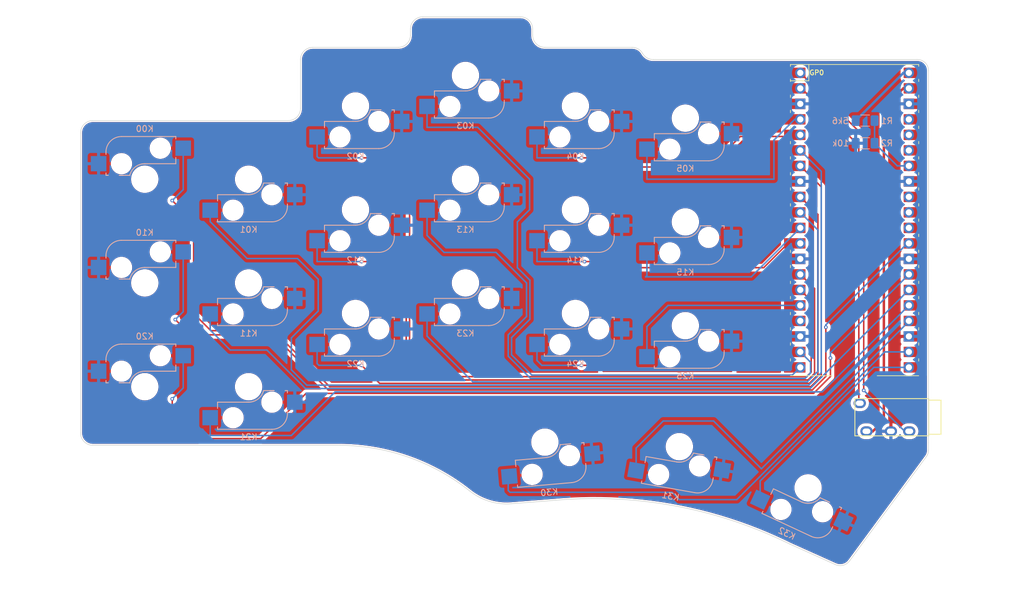
<source format=kicad_pcb>
(kicad_pcb (version 20240108) (generator "pcbnew") (generator_version "8.0")
  (title_block (rev "rev1.0"))
  (layers (0 "F.Cu" signal) (31 "B.Cu" signal) (34 "B.Paste" user) (35 "F.Paste" user) (36 "B.SilkS" user "B.Silkscreen") (37 "F.SilkS" user "F.Silkscreen") (38 "B.Mask" user) (39 "F.Mask" user) (44 "Edge.Cuts" user))
  (net 0 "")
  (net 1 "GND")
  (net 2 "/k00")
  (net 3 "/k01")
  (net 4 "/k02")
  (net 5 "/k03")
  (net 6 "/k04")
  (net 7 "/k05")
  (net 8 "/k10")
  (net 9 "/k11")
  (net 10 "/k12")
  (net 11 "/k13")
  (net 12 "/k14")
  (net 13 "/k15")
  (net 14 "/k20")
  (net 15 "/k21")
  (net 16 "/k22")
  (net 17 "/k23")
  (net 18 "/k24")
  (net 19 "/k25")
  (net 20 "/k30")
  (net 21 "/k31")
  (net 22 "/k32")
  (net 23 "rx")
  (net 24 "tx")
  (net 25 "VBUS")
  (net 26 "vbus_sense")
  (net 33 "VCC")
  (footprint "keyswitches:Kailh_socket_MX_3_pins_last" (layer "F.Cu") (at 226 69.5)
    (property "Reference" "K25" (at -1 8.255 180) (layer "B.SilkS") (effects (justify mirror)))
    (property "Value" "KEYSW")
    (pad "" np_thru_hole circle (at -3.54 5.08 180) (size 3 3) (drill 3) (layers "*.Cu" "*.Mask"))
    (pad "" np_thru_hole circle (at -1 0 180) (size 3.9878 3.9878) (drill 3.9878) (layers "*.Cu" "*.Mask"))
    (pad "" np_thru_hole circle (at 2.81 2.54 180) (size 3 3) (drill 3) (layers "*.Cu" "*.Mask"))
    (pad "1" smd rect (at -7.29 5.08 180) (size 2.55 2.5) (layers "B.Cu" "B.Paste" "B.Mask") (net 19 "/k25"))
    (pad "2" smd rect (at 6.56 2.54 180) (size 2.55 2.5) (layers "B.Cu" "B.Paste" "B.Mask") (net 1 "GND"))
  )
  (footprint "keyswitches:Kailh_socket_MX_3_pins_last" (layer "F.Cu") (at 208 67.5)
    (property "Reference" "K24" (at -1 8.255 180) (layer "B.SilkS") (effects (justify mirror)))
    (property "Value" "KEYSW")
    (pad "" np_thru_hole circle (at -3.54 5.08 180) (size 3 3) (drill 3) (layers "*.Cu" "*.Mask"))
    (pad "" np_thru_hole circle (at -1 0 180) (size 3.9878 3.9878) (drill 3.9878) (layers "*.Cu" "*.Mask"))
    (pad "" np_thru_hole circle (at 2.81 2.54 180) (size 3 3) (drill 3) (layers "*.Cu" "*.Mask"))
    (pad "1" smd rect (at -7.29 5.08 180) (size 2.55 2.5) (layers "B.Cu" "B.Paste" "B.Mask") (net 18 "/k24"))
    (pad "2" smd rect (at 6.56 2.54 180) (size 2.55 2.5) (layers "B.Cu" "B.Paste" "B.Mask") (net 1 "GND"))
  )
  (footprint "keyswitches:Kailh_socket_MX_3_pins_last" (layer "F.Cu") (at 154.5 79.5)
    (property "Reference" "K21" (at -1 8.255 180) (layer "B.SilkS") (effects (justify mirror)))
    (property "Value" "KEYSW")
    (pad "" np_thru_hole circle (at -3.54 5.08 180) (size 3 3) (drill 3) (layers "*.Cu" "*.Mask"))
    (pad "" np_thru_hole circle (at -1 0 180) (size 3.9878 3.9878) (drill 3.9878) (layers "*.Cu" "*.Mask"))
    (pad "" np_thru_hole circle (at 2.81 2.54 180) (size 3 3) (drill 3) (layers "*.Cu" "*.Mask"))
    (pad "1" smd rect (at -7.29 5.08 180) (size 2.55 2.5) (layers "B.Cu" "B.Paste" "B.Mask") (net 15 "/k21"))
    (pad "2" smd rect (at 6.56 2.54 180) (size 2.55 2.5) (layers "B.Cu" "B.Paste" "B.Mask") (net 1 "GND"))
  )
  (footprint "keyswitches:Kailh_socket_MX_3_pins_last" (layer "F.Cu") (at 172 33.5)
    (property "Reference" "K02" (at -1 8.255 180) (layer "B.SilkS") (effects (justify mirror)))
    (property "Value" "KEYSW")
    (pad "" np_thru_hole circle (at -3.54 5.08 180) (size 3 3) (drill 3) (layers "*.Cu" "*.Mask"))
    (pad "" np_thru_hole circle (at -1 0 180) (size 3.9878 3.9878) (drill 3.9878) (layers "*.Cu" "*.Mask"))
    (pad "" np_thru_hole circle (at 2.81 2.54 180) (size 3 3) (drill 3) (layers "*.Cu" "*.Mask"))
    (pad "1" smd rect (at -7.29 5.08 180) (size 2.55 2.5) (layers "B.Cu" "B.Paste" "B.Mask") (net 4 "/k02"))
    (pad "2" smd rect (at 6.56 2.54 180) (size 2.55 2.5) (layers "B.Cu" "B.Paste" "B.Mask") (net 1 "GND"))
  )
  (footprint "keyswitches:Kailh_socket_MX_3_pins_last" (layer "F.Cu") (at 135.5 62.5 180)
    (property "Reference" "K10" (at -1 8.255 0) (layer "B.SilkS") (effects (justify mirror)))
    (property "Value" "KEYSW")
    (pad "" np_thru_hole circle (at -3.54 5.08) (size 3 3) (drill 3) (layers "*.Cu" "*.Mask"))
    (pad "" np_thru_hole circle (at -1 0) (size 3.9878 3.9878) (drill 3.9878) (layers "*.Cu" "*.Mask"))
    (pad "" np_thru_hole circle (at 2.81 2.54) (size 3 3) (drill 3) (layers "*.Cu" "*.Mask"))
    (pad "1" smd rect (at -7.29 5.08) (size 2.55 2.5) (layers "B.Cu" "B.Paste" "B.Mask") (net 8 "/k10"))
    (pad "2" smd rect (at 6.56 2.54) (size 2.55 2.5) (layers "B.Cu" "B.Paste" "B.Mask") (net 1 "GND"))
  )
  (footprint "RPi_Pico:RPi_Pico_SMD_TH" (layer "F.Cu") (at 252.7032 52.208)
    (property "Reference" "U2" (hide yes))
    (property "Value" "Pico")
    (fp_text user "GP0" (at -6.2032 -24.1665 0) (layer "F.SilkS") (effects (font (size 0.8 0.8))))
    (pad "1" thru_hole oval (at -8.89 -24.13) (size 1.7 1.7) (drill 1.02) (layers "*.Cu" "*.Mask") (net 24 "tx"))
    (pad "1" smd rect (at -8.89 -24.13) (size 3.5 1.7) (drill (offset -0.9 0)) (layers "F.Cu" "F.Mask") (net 24 "tx"))
    (pad "2" thru_hole oval (at -8.89 -21.59) (size 1.7 1.7) (drill 1.02) (layers "*.Cu" "*.Mask") (net 23 "rx"))
    (pad "2" smd rect (at -8.89 -21.59) (size 3.5 1.7) (drill (offset -0.9 0)) (layers "F.Cu" "F.Mask") (net 23 "rx"))
    (pad "3" thru_hole rect (at -8.89 -19.05) (size 1.7 1.7) (drill 1.02) (layers "*.Cu" "*.Mask") (net 1 "GND"))
    (pad "3" smd rect (at -8.89 -19.05) (size 3.5 1.7) (drill (offset -0.9 0)) (layers "F.Cu" "F.Mask") (net 1 "GND"))
    (pad "4" thru_hole oval (at -8.89 -16.51) (size 1.7 1.7) (drill 1.02) (layers "*.Cu" "*.Mask") (net 7 "/k05"))
    (pad "4" smd rect (at -8.89 -16.51) (size 3.5 1.7) (drill (offset -0.9 0)) (layers "F.Cu" "F.Mask") (net 7 "/k05"))
    (pad "5" thru_hole oval (at -8.89 -13.97) (size 1.7 1.7) (drill 1.02) (layers "*.Cu" "*.Mask") (net 6 "/k04"))
    (pad "5" smd rect (at -8.89 -13.97) (size 3.5 1.7) (drill (offset -0.9 0)) (layers "F.Cu" "F.Mask") (net 6 "/k04"))
    (pad "6" thru_hole oval (at -8.89 -11.43) (size 1.7 1.7) (drill 1.02) (layers "*.Cu" "*.Mask") (net 3 "/k01"))
    (pad "6" smd rect (at -8.89 -11.43) (size 3.5 1.7) (drill (offset -0.9 0)) (layers "F.Cu" "F.Mask") (net 3 "/k01"))
    (pad "7" thru_hole oval (at -8.89 -8.89) (size 1.7 1.7) (drill 1.02) (layers "*.Cu" "*.Mask") (net 2 "/k00"))
    (pad "7" smd rect (at -8.89 -8.89) (size 3.5 1.7) (drill (offset -0.9 0)) (layers "F.Cu" "F.Mask") (net 2 "/k00"))
    (pad "8" thru_hole rect (at -8.89 -6.35) (size 1.7 1.7) (drill 1.02) (layers "*.Cu" "*.Mask") (net 1 "GND"))
    (pad "8" smd rect (at -8.89 -6.35) (size 3.5 1.7) (drill (offset -0.9 0)) (layers "F.Cu" "F.Mask") (net 1 "GND"))
    (pad "9" thru_hole oval (at -8.89 -3.81) (size 1.7 1.7) (drill 1.02) (layers "*.Cu" "*.Mask") (net 16 "/k22"))
    (pad "9" smd rect (at -8.89 -3.81) (size 3.5 1.7) (drill (offset -0.9 0)) (layers "F.Cu" "F.Mask") (net 16 "/k22"))
    (pad "10" thru_hole oval (at -8.89 -1.27) (size 1.7 1.7) (drill 1.02) (layers "*.Cu" "*.Mask") (net 17 "/k23"))
    (pad "10" smd rect (at -8.89 -1.27) (size 3.5 1.7) (drill (offset -0.9 0)) (layers "F.Cu" "F.Mask") (net 17 "/k23"))
    (pad "11" thru_hole oval (at -8.89 1.27) (size 1.7 1.7) (drill 1.02) (layers "*.Cu" "*.Mask") (net 13 "/k15"))
    (pad "11" smd rect (at -8.89 1.27) (size 3.5 1.7) (drill (offset -0.9 0)) (layers "F.Cu" "F.Mask") (net 13 "/k15"))
    (pad "12" thru_hole oval (at -8.89 3.81) (size 1.7 1.7) (drill 1.02) (layers "*.Cu" "*.Mask") (net 12 "/k14"))
    (pad "12" smd rect (at -8.89 3.81) (size 3.5 1.7) (drill (offset -0.9 0)) (layers "F.Cu" "F.Mask") (net 12 "/k14"))
    (pad "13" thru_hole rect (at -8.89 6.35) (size 1.7 1.7) (drill 1.02) (layers "*.Cu" "*.Mask") (net 1 "GND"))
    (pad "13" smd rect (at -8.89 6.35) (size 3.5 1.7) (drill (offset -0.9 0)) (layers "F.Cu" "F.Mask") (net 1 "GND"))
    (pad "14" thru_hole oval (at -8.89 8.89) (size 1.7 1.7) (drill 1.02) (layers "*.Cu" "*.Mask") (net 10 "/k12"))
    (pad "14" smd rect (at -8.89 8.89) (size 3.5 1.7) (drill (offset -0.9 0)) (layers "F.Cu" "F.Mask") (net 10 "/k12"))
    (pad "15" thru_hole oval (at -8.89 11.43) (size 1.7 1.7) (drill 1.02) (layers "*.Cu" "*.Mask") (net 4 "/k02"))
    (pad "15" smd rect (at -8.89 11.43) (size 3.5 1.7) (drill (offset -0.9 0)) (layers "F.Cu" "F.Mask") (net 4 "/k02"))
    (pad "16" thru_hole oval (at -8.89 13.97) (size 1.7 1.7) (drill 1.02) (layers "*.Cu" "*.Mask") (net 19 "/k25"))
    (pad "16" smd rect (at -8.89 13.97) (size 3.5 1.7) (drill (offset -0.9 0)) (layers "F.Cu" "F.Mask") (net 19 "/k25"))
    (pad "17" thru_hole oval (at -8.89 16.51) (size 1.7 1.7) (drill 1.02) (layers "*.Cu" "*.Mask") (net 18 "/k24"))
    (pad "17" smd rect (at -8.89 16.51) (size 3.5 1.7) (drill (offset -0.9 0)) (layers "F.Cu" "F.Mask") (net 18 "/k24"))
    (pad "18" thru_hole rect (at -8.89 19.05) (size 1.7 1.7) (drill 1.02) (layers "*.Cu" "*.Mask") (net 1 "GND"))
    (pad "18" smd rect (at -8.89 19.05) (size 3.5 1.7) (drill (offset -0.9 0)) (layers "F.Cu" "F.Mask") (net 1 "GND"))
    (pad "19" thru_hole oval (at -8.89 21.59) (size 1.7 1.7) (drill 1.02) (layers "*.Cu" "*.Mask") (net 11 "/k13"))
    (pad "19" smd rect (at -8.89 21.59) (size 3.5 1.7) (drill (offset -0.9 0)) (layers "F.Cu" "F.Mask") (net 11 "/k13"))
    (pad "20" thru_hole oval (at -8.89 24.13) (size 1.7 1.7) (drill 1.02) (layers "*.Cu" "*.Mask") (net 5 "/k03"))
    (pad "20" smd rect (at -8.89 24.13) (size 3.5 1.7) (drill (offset -0.9 0)) (layers "F.Cu" "F.Mask") (net 5 "/k03"))
    (pad "21" thru_hole oval (at 8.89 24.13) (size 1.7 1.7) (drill 1.02) (layers "*.Cu" "*.Mask") (net 22 "/k32"))
    (pad "21" smd rect (at 8.89 24.13) (size 3.5 1.7) (drill (offset 0.9 0)) (layers "F.Cu" "F.Mask") (net 22 "/k32"))
    (pad "22" thru_hole oval (at 8.89 21.59) (size 1.7 1.7) (drill 1.02) (layers "*.Cu" "*.Mask") (net 20 "/k30"))
    (pad "22" smd rect (at 8.89 21.59) (size 3.5 1.7) (drill (offset 0.9 0)) (layers "F.Cu" "F.Mask") (net 20 "/k30"))
    (pad "23" thru_hole rect (at 8.89 19.05) (size 1.7 1.7) (drill 1.02) (layers "*.Cu" "*.Mask") (net 1 "GND"))
    (pad "23" smd rect (at 8.89 19.05) (size 3.5 1.7) (drill (offset 0.9 0)) (layers "F.Cu" "F.Mask") (net 1 "GND"))
    (pad "24" thru_hole oval (at 8.89 16.51) (size 1.7 1.7) (drill 1.02) (layers "*.Cu" "*.Mask") (net 21 "/k31"))
    (pad "24" smd rect (at 8.89 16.51) (size 3.5 1.7) (drill (offset 0.9 0)) (layers "F.Cu" "F.Mask") (net 21 "/k31"))
    (pad "25" thru_hole oval (at 8.89 13.97) (size 1.7 1.7) (drill 1.02) (layers "*.Cu" "*.Mask") (net 15 "/k21"))
    (pad "25" smd rect (at 8.89 13.97) (size 3.5 1.7) (drill (offset 0.9 0)) (layers "F.Cu" "F.Mask") (net 15 "/k21"))
    (pad "26" thru_hole oval (at 8.89 11.43) (size 1.7 1.7) (drill 1.02) (layers "*.Cu" "*.Mask") (net 9 "/k11"))
    (pad "26" smd rect (at 8.89 11.43) (size 3.5 1.7) (drill (offset 0.9 0)) (layers "F.Cu" "F.Mask") (net 9 "/k11"))
    (pad "27" thru_hole oval (at 8.89 8.89) (size 1.7 1.7) (drill 1.02) (layers "*.Cu" "*.Mask") (net 14 "/k20"))
    (pad "27" smd rect (at 8.89 8.89) (size 3.5 1.7) (drill (offset 0.9 0)) (layers "F.Cu" "F.Mask") (net 14 "/k20"))
    (pad "28" thru_hole rect (at 8.89 6.35) (size 1.7 1.7) (drill 1.02) (layers "*.Cu" "*.Mask") (net 1 "GND"))
    (pad "28" smd rect (at 8.89 6.35) (size 3.5 1.7) (drill (offset 0.9 0)) (layers "F.Cu" "F.Mask") (net 1 "GND"))
    (pad "29" thru_hole oval (at 8.89 3.81) (size 1.7 1.7) (drill 1.02) (layers "*.Cu" "*.Mask") (net 8 "/k10"))
    (pad "29" smd rect (at 8.89 3.81) (size 3.5 1.7) (drill (offset 0.9 0)) (layers "F.Cu" "F.Mask") (net 8 "/k10"))
    (pad "30" thru_hole oval (at 8.89 1.27) (size 1.7 1.7) (drill 1.02) (layers "*.Cu" "*.Mask"))
    (pad "30" smd rect (at 8.89 1.27) (size 3.5 1.7) (drill (offset 0.9 0)) (layers "F.Cu" "F.Mask"))
    (pad "31" thru_hole oval (at 8.89 -1.27) (size 1.7 1.7) (drill 1.02) (layers "*.Cu" "*.Mask"))
    (pad "31" smd rect (at 8.89 -1.27) (size 3.5 1.7) (drill (offset 0.9 0)) (layers "F.Cu" "F.Mask"))
    (pad "32" thru_hole oval (at 8.89 -3.81) (size 1.7 1.7) (drill 1.02) (layers "*.Cu" "*.Mask"))
    (pad "32" smd rect (at 8.89 -3.81) (size 3.5 1.7) (drill (offset 0.9 0)) (layers "F.Cu" "F.Mask"))
    (pad "33" thru_hole rect (at 8.89 -6.35) (size 1.7 1.7) (drill 1.02) (layers "*.Cu" "*.Mask") (net 1 "GND"))
    (pad "33" smd rect (at 8.89 -6.35) (size 3.5 1.7) (drill (offset 0.9 0)) (layers "F.Cu" "F.Mask") (net 1 "GND"))
    (pad "34" thru_hole oval (at 8.89 -8.89) (size 1.7 1.7) (drill 1.02) (layers "*.Cu" "*.Mask") (net 26 "vbus_sense"))
    (pad "34" smd rect (at 8.89 -8.89) (size 3.5 1.7) (drill (offset 0.9 0)) (layers "F.Cu" "F.Mask") (net 26 "vbus_sense"))
    (pad "35" thru_hole oval (at 8.89 -11.43) (size 1.7 1.7) (drill 1.02) (layers "*.Cu" "*.Mask"))
    (pad "35" smd rect (at 8.89 -11.43) (size 3.5 1.7) (drill (offset 0.9 0)) (layers "F.Cu" "F.Mask"))
    (pad "36" thru_hole oval (at 8.89 -13.97) (size 1.7 1.7) (drill 1.02) (layers "*.Cu" "*.Mask"))
    (pad "36" smd rect (at 8.89 -13.97) (size 3.5 1.7) (drill (offset 0.9 0)) (layers "F.Cu" "F.Mask"))
    (pad "37" thru_hole oval (at 8.89 -16.51) (size 1.7 1.7) (drill 1.02) (layers "*.Cu" "*.Mask"))
    (pad "37" smd rect (at 8.89 -16.51) (size 3.5 1.7) (drill (offset 0.9 0)) (layers "F.Cu" "F.Mask"))
    (pad "38" thru_hole rect (at 8.89 -19.05) (size 1.7 1.7) (drill 1.02) (layers "*.Cu" "*.Mask") (net 1 "GND"))
    (pad "38" smd rect (at 8.89 -19.05) (size 3.5 1.7) (drill (offset 0.9 0)) (layers "F.Cu" "F.Mask") (net 1 "GND"))
    (pad "39" thru_hole oval (at 8.89 -21.59) (size 1.7 1.7) (drill 1.02) (layers "*.Cu" "*.Mask") (net 33 "VCC"))
    (pad "39" smd rect (at 8.89 -21.59) (size 3.5 1.7) (drill (offset 0.9 0)) (layers "F.Cu" "F.Mask") (net 33 "VCC"))
    (pad "40" thru_hole oval (at 8.89 -24.13) (size 1.7 1.7) (drill 1.02) (layers "*.Cu" "*.Mask") (net 25 "VBUS"))
    (pad "40" smd rect (at 8.89 -24.13) (size 3.5 1.7) (drill (offset 0.9 0)) (layers "F.Cu" "F.Mask") (net 25 "VBUS"))
  )
  (footprint "keyswitches:Kailh_socket_MX_3_pins_last" (layer "F.Cu") (at 208 33.5)
    (property "Reference" "K04" (at -1 8.255 180) (layer "B.SilkS") (effects (justify mirror)))
    (property "Value" "KEYSW")
    (pad "" np_thru_hole circle (at -3.54 5.08 180) (size 3 3) (drill 3) (layers "*.Cu" "*.Mask"))
    (pad "" np_thru_hole circle (at -1 0 180) (size 3.9878 3.9878) (drill 3.9878) (layers "*.Cu" "*.Mask"))
    (pad "" np_thru_hole circle (at 2.81 2.54 180) (size 3 3) (drill 3) (layers "*.Cu" "*.Mask"))
    (pad "1" smd rect (at -7.29 5.08 180) (size 2.55 2.5) (layers "B.Cu" "B.Paste" "B.Mask") (net 6 "/k04"))
    (pad "2" smd rect (at 6.56 2.54 180) (size 2.55 2.5) (layers "B.Cu" "B.Paste" "B.Mask") (net 1 "GND"))
  )
  (footprint "keyswitches:Kailh_socket_MX_3_pins_last" (layer "F.Cu") (at 172 50.5)
    (property "Reference" "K12" (at -1 8.255 180) (layer "B.SilkS") (effects (justify mirror)))
    (property "Value" "KEYSW")
    (pad "" np_thru_hole circle (at -3.54 5.08 180) (size 3 3) (drill 3) (layers "*.Cu" "*.Mask"))
    (pad "" np_thru_hole circle (at -1 0 180) (size 3.9878 3.9878) (drill 3.9878) (layers "*.Cu" "*.Mask"))
    (pad "" np_thru_hole circle (at 2.81 2.54 180) (size 3 3) (drill 3) (layers "*.Cu" "*.Mask"))
    (pad "1" smd rect (at -7.29 5.08 180) (size 2.55 2.5) (layers "B.Cu" "B.Paste" "B.Mask") (net 10 "/k12"))
    (pad "2" smd rect (at 6.56 2.54 180) (size 2.55 2.5) (layers "B.Cu" "B.Paste" "B.Mask") (net 1 "GND"))
  )
  (footprint "keyswitches:Kailh_socket_MX_3_pins_last" (layer "F.Cu") (at 203 88.5 5)
    (property "Reference" "K30" (at -1 8.255 -175) (layer "B.SilkS") (effects (justify mirror)))
    (property "Value" "KEYSW")
    (pad "" np_thru_hole circle (at -3.54 5.08 185) (size 3 3) (drill 3) (layers "*.Cu" "*.Mask"))
    (pad "" np_thru_hole circle (at -1 0 185) (size 3.9878 3.9878) (drill 3.9878) (layers "*.Cu" "*.Mask"))
    (pad "" np_thru_hole circle (at 2.81 2.54 185) (size 3 3) (drill 3) (layers "*.Cu" "*.Mask"))
    (pad "1" smd rect (at -7.29 5.08 185) (size 2.55 2.5) (layers "B.Cu" "B.Paste" "B.Mask") (net 20 "/k30"))
    (pad "2" smd rect (at 6.56 2.54 185) (size 2.55 2.5) (layers "B.Cu" "B.Paste" "B.Mask") (net 1 "GND"))
  )
  (footprint "keyswitches:Kailh_socket_MX_3_pins_last" (layer "F.Cu") (at 154.5 45.5)
    (property "Reference" "K01" (at -1 8.255 180) (layer "B.SilkS") (effects (justify mirror)))
    (property "Value" "KEYSW")
    (pad "" np_thru_hole circle (at -3.54 5.08 180) (size 3 3) (drill 3) (layers "*.Cu" "*.Mask"))
    (pad "" np_thru_hole circle (at -1 0 180) (size 3.9878 3.9878) (drill 3.9878) (layers "*.Cu" "*.Mask"))
    (pad "" np_thru_hole circle (at 2.81 2.54 180) (size 3 3) (drill 3) (layers "*.Cu" "*.Mask"))
    (pad "1" smd rect (at -7.29 5.08 180) (size 2.55 2.5) (layers "B.Cu" "B.Paste" "B.Mask") (net 3 "/k01"))
    (pad "2" smd rect (at 6.56 2.54 180) (size 2.55 2.5) (layers "B.Cu" "B.Paste" "B.Mask") (net 1 "GND"))
  )
  (footprint "keyswitches:Kailh_socket_MX_3_pins_last" (layer "F.Cu") (at 208 50.5)
    (property "Reference" "K14" (at -1 8.255 180) (layer "B.SilkS") (effects (justify mirror)))
    (property "Value" "KEYSW")
    (pad "" np_thru_hole circle (at -3.54 5.08 180) (size 3 3) (drill 3) (layers "*.Cu" "*.Mask"))
    (pad "" np_thru_hole circle (at -1 0 180) (size 3.9878 3.9878) (drill 3.9878) (layers "*.Cu" "*.Mask"))
    (pad "" np_thru_hole circle (at 2.81 2.54 180) (size 3 3) (drill 3) (layers "*.Cu" "*.Mask"))
    (pad "1" smd rect (at -7.29 5.08 180) (size 2.55 2.5) (layers "B.Cu" "B.Paste" "B.Mask") (net 12 "/k14"))
    (pad "2" smd rect (at 6.56 2.54 180) (size 2.55 2.5) (layers "B.Cu" "B.Paste" "B.Mask") (net 1 "GND"))
  )
  (footprint "keyswitches:Kailh_socket_MX_3_pins_last" (layer "F.Cu") (at 190 62.5)
    (property "Reference" "K23" (at -1 8.255 180) (layer "B.SilkS") (effects (justify mirror)))
    (property "Value" "KEYSW")
    (pad "" np_thru_hole circle (at -3.54 5.08 180) (size 3 3) (drill 3) (layers "*.Cu" "*.Mask"))
    (pad "" np_thru_hole circle (at -1 0 180) (size 3.9878 3.9878) (drill 3.9878) (layers "*.Cu" "*.Mask"))
    (pad "" np_thru_hole circle (at 2.81 2.54 180) (size 3 3) (drill 3) (layers "*.Cu" "*.Mask"))
    (pad "1" smd rect (at -7.29 5.08 180) (size 2.55 2.5) (layers "B.Cu" "B.Paste" "B.Mask") (net 17 "/k23"))
    (pad "2" smd rect (at 6.56 2.54 180) (size 2.55 2.5) (layers "B.Cu" "B.Paste" "B.Mask") (net 1 "GND"))
  )
  (footprint "keyswitches:Kailh_socket_MX_3_pins_last" (layer "F.Cu") (at 190 28.5)
    (property "Reference" "K03" (at -1 8.255 180) (layer "B.SilkS") (effects (justify mirror)))
    (property "Value" "KEYSW")
    (pad "" np_thru_hole circle (at -3.54 5.08 180) (size 3 3) (drill 3) (layers "*.Cu" "*.Mask"))
    (pad "" np_thru_hole circle (at -1 0 180) (size 3.9878 3.9878) (drill 3.9878) (layers "*.Cu" "*.Mask"))
    (pad "" np_thru_hole circle (at 2.81 2.54 180) (size 3 3) (drill 3) (layers "*.Cu" "*.Mask"))
    (pad "1" smd rect (at -7.29 5.08 180) (size 2.55 2.5) (layers "B.Cu" "B.Paste" "B.Mask") (net 5 "/k03"))
    (pad "2" smd rect (at 6.56 2.54 180) (size 2.55 2.5) (layers "B.Cu" "B.Paste" "B.Mask") (net 1 "GND"))
  )
  (footprint "keyswitches:Kailh_socket_MX_3_pins_last" (layer "F.Cu") (at 172 67.5)
    (property "Reference" "K22" (at -1 8.255 180) (layer "B.SilkS") (effects (justify mirror)))
    (property "Value" "KEYSW")
    (pad "" np_thru_hole circle (at -3.54 5.08 180) (size 3 3) (drill 3) (layers "*.Cu" "*.Mask"))
    (pad "" np_thru_hole circle (at -1 0 180) (size 3.9878 3.9878) (drill 3.9878) (layers "*.Cu" "*.Mask"))
    (pad "" np_thru_hole circle (at 2.81 2.54 180) (size 3 3) (drill 3) (layers "*.Cu" "*.Mask"))
    (pad "1" smd rect (at -7.29 5.08 180) (size 2.55 2.5) (layers "B.Cu" "B.Paste" "B.Mask") (net 16 "/k22"))
    (pad "2" smd rect (at 6.56 2.54 180) (size 2.55 2.5) (layers "B.Cu" "B.Paste" "B.Mask") (net 1 "GND"))
  )
  (footprint "Keebio-Parts:TRRS-PJ-320A" (layer "F.Cu") (at 264.85 84.5 -90)
    (property "Reference" "J1" (hide yes))
    (property "Value" "TRRS")
    (pad "1" thru_hole oval (at -2.3 11.3 270) (size 1.6 2) (drill oval 0.9 1.3) (layers "*.Cu" "*.Mask") (net 23 "rx"))
    (pad "2" thru_hole oval (at 2.3 10.2 270) (size 1.6 2) (drill oval 0.9 1.3) (layers "*.Cu" "*.Mask") (net 33 "VCC"))
    (pad "3" thru_hole oval (at 2.3 6.2 270) (size 1.6 2) (drill oval 0.9 1.3) (layers "*.Cu" "*.Mask") (net 1 "GND"))
    (pad "4" thru_hole oval (at 2.3 3.2 270) (size 1.6 2) (drill oval 0.9 1.3) (layers "*.Cu" "*.Mask") (net 24 "tx"))
  )
  (footprint "keyswitches:Kailh_socket_MX_3_pins_last" (layer "F.Cu") (at 226 52.5)
    (property "Reference" "K15" (at -1 8.255 180) (layer "B.SilkS") (effects (justify mirror)))
    (property "Value" "KEYSW")
    (pad "" np_thru_hole circle (at -3.54 5.08 180) (size 3 3) (drill 3) (layers "*.Cu" "*.Mask"))
    (pad "" np_thru_hole circle (at -1 0 180) (size 3.9878 3.9878) (drill 3.9878) (layers "*.Cu" "*.Mask"))
    (pad "" np_thru_hole circle (at 2.81 2.54 180) (size 3 3) (drill 3) (layers "*.Cu" "*.Mask"))
    (pad "1" smd rect (at -7.29 5.08 180) (size 2.55 2.5) (layers "B.Cu" "B.Paste" "B.Mask") (net 13 "/k15"))
    (pad "2" smd rect (at 6.56 2.54 180) (size 2.55 2.5) (layers "B.Cu" "B.Paste" "B.Mask") (net 1 "GND"))
  )
  (footprint "keyswitches:Kailh_socket_MX_3_pins_last" (layer "F.Cu") (at 246 96.5 -25)
    (property "Reference" "K32" (at -1 8.255001 155) (layer "B.SilkS") (effects (justify mirror)))
    (property "Value" "KEYSW")
    (pad "" np_thru_hole circle (at -3.54 5.08 155) (size 3 3) (drill 3) (layers "*.Cu" "*.Mask"))
    (pad "" np_thru_hole circle (at -1 0 155) (size 3.9878 3.9878) (drill 3.9878) (layers "*.Cu" "*.Mask"))
    (pad "" np_thru_hole circle (at 2.81 2.54 155) (size 3 3) (drill 3) (layers "*.Cu" "*.Mask"))
    (pad "1" smd rect (at -7.290001 5.08 155) (size 2.55 2.5) (layers "B.Cu" "B.Paste" "B.Mask") (net 22 "/k32"))
    (pad "2" smd rect (at 6.56 2.54 155) (size 2.55 2.5) (layers "B.Cu" "B.Paste" "B.Mask") (net 1 "GND"))
  )
  (footprint "keyswitches:Kailh_socket_MX_3_pins_last" (layer "F.Cu") (at 154.5 62.5)
    (property "Reference" "K11" (at -1 8.255 180) (layer "B.SilkS") (effects (justify mirror)))
    (property "Value" "KEYSW")
    (pad "" np_thru_hole circle (at -3.54 5.08 180) (size 3 3) (drill 3) (layers "*.Cu" "*.Mask"))
    (pad "" np_thru_hole circle (at -1 0 180) (size 3.9878 3.9878) (drill 3.9878) (layers "*.Cu" "*.Mask"))
    (pad "" np_thru_hole circle (at 2.81 2.54 180) (size 3 3) (drill 3) (layers "*.Cu" "*.Mask"))
    (pad "1" smd rect (at -7.29 5.08 180) (size 2.55 2.5) (layers "B.Cu" "B.Paste" "B.Mask") (net 9 "/k11"))
    (pad "2" smd rect (at 6.56 2.54 180) (size 2.55 2.5) (layers "B.Cu" "B.Paste" "B.Mask") (net 1 "GND"))
  )
  (footprint "keyswitches:Kailh_socket_MX_3_pins_last" (layer "F.Cu") (at 226 35.5)
    (property "Reference" "K05" (at -1 8.255 180) (layer "B.SilkS") (effects (justify mirror)))
    (property "Value" "KEYSW")
    (pad "" np_thru_hole circle (at -3.54 5.08 180) (size 3 3) (drill 3) (layers "*.Cu" "*.Mask"))
    (pad "" np_thru_hole circle (at -1 0 180) (size 3.9878 3.9878) (drill 3.9878) (layers "*.Cu" "*.Mask"))
    (pad "" np_thru_hole circle (at 2.81 2.54 180) (size 3 3) (drill 3) (layers "*.Cu" "*.Mask"))
    (pad "1" smd rect (at -7.29 5.08 180) (size 2.55 2.5) (layers "B.Cu" "B.Paste" "B.Mask") (net 7 "/k05"))
    (pad "2" smd rect (at 6.56 2.54 180) (size 2.55 2.5) (layers "B.Cu" "B.Paste" "B.Mask") (net 1 "GND"))
  )
  (footprint "keyswitches:Kailh_socket_MX_3_pins_last" (layer "F.Cu") (at 135.5 79.5 180)
    (property "Reference" "K20" (at -1 8.255 0) (layer "B.SilkS") (effects (justify mirror)))
    (property "Value" "KEYSW")
    (pad "" np_thru_hole circle (at -3.54 5.08) (size 3 3) (drill 3) (layers "*.Cu" "*.Mask"))
    (pad "" np_thru_hole circle (at -1 0) (size 3.9878 3.9878) (drill 3.9878) (layers "*.Cu" "*.Mask"))
    (pad "" np_thru_hole circle (at 2.81 2.54) (size 3 3) (drill 3) (layers "*.Cu" "*.Mask"))
    (pad "1" smd rect (at -7.29 5.08) (size 2.55 2.5) (layers "B.Cu" "B.Paste" "B.Mask") (net 14 "/k20"))
    (pad "2" smd rect (at 6.56 2.54) (size 2.55 2.5) (layers "B.Cu" "B.Paste" "B.Mask") (net 1 "GND"))
  )
  (footprint "keyswitches:Kailh_socket_MX_3_pins_last" (layer "F.Cu") (at 190 45.5)
    (property "Reference" "K13" (at -1 8.255 180) (layer "B.SilkS") (effects (justify mirror)))
    (property "Value" "KEYSW")
    (pad "" np_thru_hole circle (at -3.54 5.08 180) (size 3 3) (drill 3) (layers "*.Cu" "*.Mask"))
    (pad "" np_thru_hole circle (at -1 0 180) (size 3.9878 3.9878) (drill 3.9878) (layers "*.Cu" "*.Mask"))
    (pad "" np_thru_hole circle (at 2.81 2.54 180) (size 3 3) (drill 3) (layers "*.Cu" "*.Mask"))
    (pad "1" smd rect (at -7.29 5.08 180) (size 2.55 2.5) (layers "B.Cu" "B.Paste" "B.Mask") (net 11 "/k13"))
    (pad "2" smd rect (at 6.56 2.54 180) (size 2.55 2.5) (layers "B.Cu" "B.Paste" "B.Mask") (net 1 "GND"))
  )
  (footprint "keyswitches:Kailh_socket_MX_3_pins_last" (layer "F.Cu") (at 135.5 45.5 180)
    (property "Reference" "K00" (at -1 8.255 0) (layer "B.SilkS") (effects (justify mirror)))
    (property "Value" "KEYSW")
    (pad "" np_thru_hole circle (at -3.54 5.08) (size 3 3) (drill 3) (layers "*.Cu" "*.Mask"))
    (pad "" np_thru_hole circle (at -1 0) (size 3.9878 3.9878) (drill 3.9878) (layers "*.Cu" "*.Mask"))
    (pad "" np_thru_hole circle (at 2.81 2.54) (size 3 3) (drill 3) (layers "*.Cu" "*.Mask"))
    (pad "1" smd rect (at -7.29 5.08) (size 2.55 2.5) (layers "B.Cu" "B.Paste" "B.Mask") (net 2 "/k00"))
    (pad "2" smd rect (at 6.56 2.54) (size 2.55 2.5) (layers "B.Cu" "B.Paste" "B.Mask") (net 1 "GND"))
  )
  (footprint "keyswitches:Kailh_socket_MX_3_pins_last" (layer "F.Cu") (at 225 89.5 -10)
    (property "Reference" "K31" (at -1 8.255 170) (layer "B.SilkS") (effects (justify mirror)))
    (property "Value" "KEYSW")
    (pad "" np_thru_hole circle (at -3.54 5.08 170) (size 3 3) (drill 3) (layers "*.Cu" "*.Mask"))
    (pad "" np_thru_hole circle (at -1 0 170) (size 3.9878 3.9878) (drill 3.9878) (layers "*.Cu" "*.Mask"))
    (pad "" np_thru_hole circle (at 2.81 2.54 170) (size 3 3) (drill 3) (layers "*.Cu" "*.Mask"))
    (pad "1" smd rect (at -7.29 5.08 170) (size 2.55 2.5) (layers "B.Cu" "B.Paste" "B.Mask") (net 21 "/k31"))
    (pad "2" smd rect (at 6.56 2.54 170) (size 2.55 2.5) (layers "B.Cu" "B.Paste" "B.Mask") (net 1 "GND"))
  )
  (footprint "Resistor_SMD:R_1206_3216Metric_Pad1.30x1.75mm_HandSolder" (layer "B.Cu") (at 254.4304 39.6096 180)
    (property "Reference" "R2" (at -3.556 0 0) (layer "B.SilkS") (effects (justify mirror)))
    (property "Value" "10k" (at 4.0132 0 0) (layer "B.SilkS") (effects (justify mirror)))
    (pad "1" smd roundrect (at -1.55 0 180) (size 1.3 1.75) (layers "B.Cu" "B.Paste" "B.Mask") (roundrect_rratio 0.1923076923) (net 26 "vbus_sense"))
    (pad "2" smd roundrect (at 1.55 0 180) (size 1.3 1.75) (layers "B.Cu" "B.Paste" "B.Mask") (roundrect_rratio 0.1923076923) (net 1 "GND"))
  )
  (footprint "Resistor_SMD:R_1206_3216Metric_Pad1.30x1.75mm_HandSolder" (layer "B.Cu") (at 254.4304 35.9012)
    (property "Reference" "R1" (at 3.556 0.0508 0) (layer "B.SilkS") (effects (justify mirror)))
    (property "Value" "5k6" (at -4.064 0.0508 0) (layer "B.SilkS") (effects (justify mirror)))
    (pad "1" smd roundrect (at -1.55 0) (size 1.3 1.75) (layers "B.Cu" "B.Paste" "B.Mask") (roundrect_rratio 0.1923076923) (net 25 "VBUS"))
    (pad "2" smd roundrect (at 1.55 0) (size 1.3 1.75) (layers "B.Cu" "B.Paste" "B.Mask") (roundrect_rratio 0.1923076923) (net 26 "vbus_sense"))
  )
  (gr_arc (start 263 25.9) (mid 264.272792 26.427208) (end 264.8 27.7) (stroke (width 0.1)) (layer "Edge.Cuts"))
  (gr_line (start 160 35.9) (end 128 35.9) (stroke (width 0.1)) (layer "Edge.Cuts"))
  (gr_arc (start 162 25.9) (mid 162.585786 24.485786) (end 164 23.9) (stroke (width 0.1)) (layer "Edge.Cuts"))
  (gr_line (start 128 89.1) (end 168.5 89.1) (stroke (width 0.1)) (layer "Edge.Cuts"))
  (gr_line (start 251.949999 107.949999) (end 264.434044 90.987896) (stroke (width 0.1)) (layer "Edge.Cuts"))
  (gr_arc (start 196.5 98.675) (mid 192.930968 98.288891) (end 189.75 96.625) (stroke (width 0.1)) (layer "Edge.Cuts"))
  (gr_arc (start 180 20.9) (mid 180.585786 19.485786) (end 182 18.9) (stroke (width 0.1)) (layer "Edge.Cuts"))
  (gr_line (start 263 25.9) (end 219.750002 25.899998) (stroke (width 0.1)) (layer "Edge.Cuts"))
  (gr_line (start 180 20.9) (end 180 21.9) (stroke (width 0.1)) (layer "Edge.Cuts"))
  (gr_line (start 200 21.9) (end 200 20.9) (stroke (width 0.1)) (layer "Edge.Cuts"))
  (gr_arc (start 264.8 89.9) (mid 264.70606 90.473899) (end 264.434044 90.987896) (stroke (width 0.1)) (layer "Edge.Cuts"))
  (gr_line (start 162 25.9) (end 162 33.9) (stroke (width 0.1)) (layer "Edge.Cuts"))
  (gr_arc (start 198 18.9) (mid 199.414214 19.485786) (end 200 20.9) (stroke (width 0.1)) (layer "Edge.Cuts"))
  (gr_arc (start 180 21.9) (mid 179.414214 23.314214) (end 178 23.9) (stroke (width 0.1)) (layer "Edge.Cuts"))
  (gr_arc (start 128 89.1) (mid 126.585786 88.514214) (end 126 87.1) (stroke (width 0.1)) (layer "Edge.Cuts"))
  (gr_line (start 264.8 89.9) (end 264.8 88.7) (stroke (width 0.1)) (layer "Edge.Cuts"))
  (gr_line (start 203.8 98.100001) (end 196.5 98.675) (stroke (width 0.1)) (layer "Edge.Cuts"))
  (gr_line (start 242.129399 105.3) (end 249.513868 108.621447) (stroke (width 0.1)) (layer "Edge.Cuts"))
  (gr_arc (start 202 23.9) (mid 200.585786 23.314214) (end 200 21.9) (stroke (width 0.1)) (layer "Edge.Cuts"))
  (gr_arc (start 219.750002 25.899998) (mid 218.742214 25.632372) (end 218 24.9) (stroke (width 0.1)) (layer "Edge.Cuts"))
  (gr_line (start 126 37.9) (end 126 87.1) (stroke (width 0.1)) (layer "Edge.Cuts"))
  (gr_line (start 198 18.9) (end 182 18.9) (stroke (width 0.1)) (layer "Edge.Cuts"))
  (gr_arc (start 126 37.9) (mid 126.585786 36.485786) (end 128 35.9) (stroke (width 0.1)) (layer "Edge.Cuts"))
  (gr_arc (start 168.5 89.100001) (mid 179.756238 91.079944) (end 189.75 96.625) (stroke (width 0.1)) (layer "Edge.Cuts"))
  (gr_line (start 178 23.9) (end 164 23.9) (stroke (width 0.1)) (layer "Edge.Cuts"))
  (gr_arc (start 216.3 23.9) (mid 217.286154 24.168538) (end 218 24.9) (stroke (width 0.1)) (layer "Edge.Cuts"))
  (gr_line (start 264.8 88.7) (end 264.8 27.7) (stroke (width 0.1)) (layer "Edge.Cuts"))
  (gr_arc (start 162 33.9) (mid 161.414214 35.314214) (end 160 35.9) (stroke (width 0.1)) (layer "Edge.Cuts"))
  (gr_arc (start 251.949999 107.949999) (mid 250.858511 108.744969) (end 249.513868 108.621447) (stroke (width 0.1)) (layer "Edge.Cuts"))
  (gr_line (start 216.3 23.9) (end 202 23.9) (stroke (width 0.1)) (layer "Edge.Cuts"))
  (gr_arc (start 203.8 98.100001) (mid 223.459795 99.064341) (end 242.129399 105.3) (stroke (width 0.1)) (layer "Edge.Cuts"))
  (segment (start 261.5932 71.258) (end 260.3432 71.258) (width 0.4) (layer "F.Cu") (net 1))
  (segment (start 260.3432 71.258) (end 258.65 72.9512) (width 0.4) (layer "F.Cu") (net 1))
  (segment (start 258.65 72.9512) (end 258.65 86.8) (width 0.4) (layer "F.Cu") (net 1))
  (segment (start 144.5 67.5) (end 147.324511 70.324511) (width 0.25) (layer "F.Cu") (net 2))
  (segment (start 157.601649 70.324511) (end 166.776219 79.499081) (width 0.25) (layer "F.Cu") (net 2))
  (segment (start 141 49) (end 144.5 52.5) (width 0.25) (layer "F.Cu") (net 2))
  (segment (start 166.776219 79.499081) (end 245.532555 79.499081) (width 0.25) (layer "F.Cu") (net 2))
  (segment (start 247.249999 77.781637) (end 247.25 46.7548) (width 0.25) (layer "F.Cu") (net 2))
  (segment (start 144.5 52.5) (end 144.5 67.5) (width 0.25) (layer "F.Cu") (net 2))
  (segment (start 247.25 46.7548) (end 243.8132 43.318) (width 0.25) (layer "F.Cu") (net 2))
  (segment (start 245.532555 79.499081) (end 247.249999 77.781637) (width 0.25) (layer "F.Cu") (net 2))
  (segment (start 147.324511 70.324511) (end 157.601649 70.324511) (width 0.25) (layer "F.Cu") (net 2))
  (via (at 141 49) (size 0.6) (drill 0.3) (layers "F.Cu" "B.Cu") (net 2))
  (segment (start 142.79 40.42) (end 142.79 47.21) (width 0.25) (layer "B.Cu") (net 2))
  (segment (start 142.79 47.21) (end 141 49) (width 0.25) (layer "B.Cu") (net 2))
  (segment (start 247.25 77.204062) (end 247.25 44.2148) (width 0.25) (layer "B.Cu") (net 3))
  (segment (start 247.25 44.2148) (end 243.8132 40.778) (width 0.25) (layer "B.Cu") (net 3))
  (segment (start 146.71 50.58) (end 147.21 50.58) (width 0.25) (layer "B.Cu") (net 3))
  (segment (start 160.5 76.722182) (end 163.027337 79.249519) (width 0.25) (layer "B.Cu") (net 3))
  (segment (start 153.25 58.5) (end 161.5 58.5) (width 0.25) (layer "B.Cu") (net 3))
  (segment (start 147.21 50.58) (end 147.21 52.46) (width 0.25) (layer "B.Cu") (net 3))
  (segment (start 164.9 67.1) (end 160.5 71.5) (width 0.25) (layer "B.Cu") (net 3))
  (segment (start 160.5 71.5) (end 160.5 76.722182) (width 0.25) (layer "B.Cu") (net 3))
  (segment (start 163.027337 79.249519) (end 245.204543 79.249519) (width 0.25) (layer "B.Cu") (net 3))
  (segment (start 161.5 58.5) (end 164.9 61.9) (width 0.25) (layer "B.Cu") (net 3))
  (segment (start 245.204543 79.249519) (end 247.25 77.204062) (width 0.25) (layer "B.Cu") (net 3))
  (segment (start 147.21 52.46) (end 153.25 58.5) (width 0.25) (layer "B.Cu") (net 3))
  (segment (start 164.9 61.9) (end 164.9 67.1) (width 0.25) (layer "B.Cu") (net 3))
  (segment (start 244.849701 77.850521) (end 245.600111 77.100111) (width 0.25) (layer "F.Cu") (net 4))
  (segment (start 172 42) (end 175.5 42) (width 0.25) (layer "F.Cu") (net 4))
  (segment (start 245.60144 65.42624) (end 243.8132 63.638) (width 0.25) (layer "F.Cu") (net 4))
  (segment (start 185.850521 77.850521) (end 244.849701 77.850521) (width 0.25) (layer "F.Cu") (net 4))
  (segment (start 245.60144 77.090008) (end 245.60144 65.42624) (width 0.25) (layer "F.Cu") (net 4))
  (segment (start 175.5 42) (end 179.84952 46.34952) (width 0.25) (layer "F.Cu") (net 4))
  (segment (start 179.84952 46.34952) (end 179.84952 71.84952) (width 0.25) (layer "F.Cu") (net 4))
  (segment (start 179.84952 71.84952) (end 185.850521 77.850521) (width 0.25) (layer "F.Cu") (net 4))
  (via (at 172 42) (size 0.6) (drill 0.3) (layers "F.Cu" "B.Cu") (net 4))
  (segment (start 164.92 42) (end 164.71 41.79) (width 0.25) (layer "B.Cu") (net 4))
  (segment (start 164.71 41.79) (end 164.71 38.58) (width 0.25) (layer "B.Cu") (net 4))
  (segment (start 172 42) (end 164.92 42) (width 0.25) (layer "B.Cu") (net 4))
  (segment (start 199.5 50.5) (end 197.5 52.5) (width 0.25) (layer "B.Cu") (net 5))
  (segment (start 182.71 37) (end 191 37) (width 0.25) (layer "B.Cu") (net 5))
  (segment (start 199.55 62.05) (end 199.55 68.45) (width 0.25) (layer "B.Cu") (net 5))
  (segment (start 182.71 33.58) (end 182.71 37) (width 0.25) (layer "B.Cu") (net 5))
  (segment (start 242.5 77.6) (end 243.762 76.338) (width 0.25) (layer "B.Cu") (net 5))
  (segment (start 196.55 71.45) (end 196.55 74.272182) (width 0.25) (layer "B.Cu") (net 5))
  (segment (start 243.762 76.338) (end 243.8132 76.338) (width 0.25) (layer "B.Cu") (net 5))
  (segment (start 197.5 60) (end 199.55 62.05) (width 0.25) (layer "B.Cu") (net 5))
  (segment (start 191 37) (end 199.5 45.5) (width 0.25) (layer "B.Cu") (net 5))
  (segment (start 199.877818 77.6) (end 242.5 77.6) (width 0.25) (layer "B.Cu") (net 5))
  (segment (start 196.55 74.272182) (end 199.877818 77.6) (width 0.25) (layer "B.Cu") (net 5))
  (segment (start 197.5 52.5) (end 197.5 60) (width 0.25) (layer "B.Cu") (net 5))
  (segment (start 199.5 45.5) (end 199.5 50.5) (width 0.25) (layer "B.Cu") (net 5))
  (segment (start 199.55 68.45) (end 196.55 71.45) (width 0.25) (layer "B.Cu") (net 5))
  (segment (start 212.1 43.5) (end 229 43.5) (width 0.25) (layer "F.Cu") (net 6))
  (segment (start 210.6 42) (end 211.05 42.45) (width 0.25) (layer "F.Cu") (net 6))
  (segment (start 211.05 42.45) (end 212.1 43.5) (width 0.25) (layer "F.Cu") (net 6))
  (segment (start 208 42) (end 210.6 42) (width 0.25) (layer "F.Cu") (net 6))
  (segment (start 229 43.5) (end 234 38.5) (width 0.25) (layer "F.Cu") (net 6))
  (segment (start 243.5512 38.5) (end 243.8132 38.238) (width 0.25) (layer "F.Cu") (net 6))
  (segment (start 234 38.5) (end 243.5512 38.5) (width 0.25) (layer "F.Cu") (net 6))
  (segment (start 243.3012 38.75) (end 243.8132 38.238) (width 0.25) (layer "F.Cu") (net 6))
  (via (at 208 42) (size 0.6) (drill 0.3) (layers "F.Cu" "B.Cu") (net 6))
  (segment (start 200.71 42) (end 200.71 38.58) (width 0.25) (layer "B.Cu") (net 6))
  (segment (start 208 42) (end 200.71 42) (width 0.25) (layer "B.Cu") (net 6))
  (segment (start 218.71 45.5) (end 218.71 40.58) (width 0.25) (layer "B.Cu") (net 7))
  (segment (start 243.8132 35.698) (end 242.902 35.698) (width 0.25) (layer "B.Cu") (net 7))
  (segment (start 242.902 35.698) (end 239.5 39.1) (width 0.25) (layer "B.Cu") (net 7))
  (segment (start 239.5 45.5) (end 218.71 45.5) (width 0.25) (layer "B.Cu") (net 7))
  (segment (start 239.5 39.1) (end 239.5 45.5) (width 0.25) (layer "B.Cu") (net 7))
  (segment (start 166.548601 80.048601) (end 245.760173 80.048601) (width 0.25) (layer "F.Cu") (net 8))
  (segment (start 248 77.808774) (end 245.854387 79.954387) (width 0.25) (layer "F.Cu") (net 8))
  (segment (start 144 71) (end 157.5 71) (width 0.25) (layer "F.Cu") (net 8))
  (segment (start 157.5 71) (end 166.548601 80.048601) (width 0.25) (layer "F.Cu") (net 8))
  (segment (start 141.5 68.5) (end 144 71) (width 0.25) (layer "F.Cu") (net 8))
  (segment (start 245.760173 80.048601) (end 245.854387 79.954387) (width 0.25) (layer "F.Cu") (net 8))
  (segment (start 245.854387 79.954387) (end 245.779387 80.029387) (width 0.25) (layer "F.Cu") (net 8))
  (segment (start 248 69.75) (end 248 77.8) (width 0.25) (layer "F.Cu") (net 8))
  (segment (start 248 77.8) (end 248 77.808774) (width 0.25) (layer "F.Cu") (net 8))
  (via (at 248 69.75) (size 0.6) (drill 0.3) (layers "F.Cu" "B.Cu") (net 8))
  (via (at 141.5 68.5) (size 0.6) (drill 0.3) (layers "F.Cu" "B.Cu") (net 8))
  (segment (start 248 69.360769) (end 261.342769 56.018) (width 0.25) (layer "B.Cu") (net 8))
  (segment (start 142.79 67.21) (end 141.5 68.5) (width 0.25) (layer "B.Cu") (net 8))
  (segment (start 248 69.75) (end 248 69.360769) (width 0.25) (layer "B.Cu") (net 8))
  (segment (start 261.342769 56.018) (end 261.5932 56.018) (width 0.25) (layer "B.Cu") (net 8))
  (segment (start 142.79 57.42) (end 142.79 67.21) (width 0.25) (layer "B.Cu") (net 8))
  (segment (start 147.21 70.21) (end 147.5 70.5) (width 0.25) (layer "B.Cu") (net 9))
  (segment (start 147.21 67.58) (end 147.21 70.21) (width 0.25) (layer "B.Cu") (net 9))
  (segment (start 156.5 73.5) (end 162.79904 79.79904) (width 0.25) (layer "B.Cu") (net 9))
  (segment (start 147.5 70.5) (end 150.5 73.5) (width 0.25) (layer "B.Cu") (net 9))
  (segment (start 245.43216 79.79904) (end 261.5932 63.638) (width 0.25) (layer "B.Cu") (net 9))
  (segment (start 150.5 73.5) (end 156.5 73.5) (width 0.25) (layer "B.Cu") (net 9))
  (segment (start 162.79904 79.79904) (end 245.43216 79.79904) (width 0.25) (layer "B.Cu") (net 9))
  (segment (start 172 59) (end 176 59) (width 0.25) (layer "F.Cu") (net 10))
  (segment (start 245.077319 78.400041) (end 246.15096 77.3264) (width 0.25) (layer "F.Cu") (net 10))
  (segment (start 246.15096 63.426738) (end 243.822222 61.098) (width 0.25) (layer "F.Cu") (net 10))
  (segment (start 246.15096 77.3264) (end 246.15096 63.426738) (width 0.25) (layer "F.Cu") (net 10))
  (segment (start 243.822222 61.098) (end 243.8132 61.098) (width 0.25) (layer "F.Cu") (net 10))
  (segment (start 185.300041 78.400041) (end 245.077319 78.400041) (width 0.25) (layer "F.Cu") (net 10))
  (segment (start 176 59) (end 179.3 62.3) (width 0.25) (layer "F.Cu") (net 10))
  (segment (start 179.3 62.3) (end 179.3 72.4) (width 0.25) (layer "F.Cu") (net 10))
  (segment (start 179.3 72.4) (end 185.300041 78.400041) (width 0.25) (layer "F.Cu") (net 10))
  (via (at 172 59) (size 0.6) (drill 0.3) (layers "F.Cu" "B.Cu") (net 10))
  (segment (start 164.71 59) (end 172 59) (width 0.25) (layer "B.Cu") (net 10))
  (segment (start 164.71 55.58) (end 164.71 59) (width 0.25) (layer "B.Cu") (net 10))
  (segment (start 245.5 77.25) (end 245.5 75.4848) (width 0.25) (layer "B.Cu") (net 11))
  (segment (start 196 71) (end 199 68) (width 0.25) (layer "B.Cu") (net 11))
  (segment (start 222.7 78.14952) (end 244.60048 78.14952) (width 0.25) (layer "B.Cu") (net 11))
  (segment (start 244.60048 78.14952) (end 245.5 77.25) (width 0.25) (layer "B.Cu") (net 11))
  (segment (start 196 74.5) (end 196 71) (width 0.25) (layer "B.Cu") (net 11))
  (segment (start 185.5 57.5) (end 182.71 54.71) (width 0.25) (layer "B.Cu") (net 11))
  (segment (start 182.71 54.71) (end 182.71 50.58) (width 0.25) (layer "B.Cu") (net 11))
  (segment (start 199.64952 78.14952) (end 196 74.5) (width 0.25) (layer "B.Cu") (net 11))
  (segment (start 245.5 75.4848) (end 243.8132 73.798) (width 0.25) (layer "B.Cu") (net 11))
  (segment (start 222.626418 78.14952) (end 199.64952 78.14952) (width 0.25) (layer "B.Cu") (net 11))
  (segment (start 194 57.5) (end 185.5 57.5) (width 0.25) (layer "B.Cu") (net 11))
  (segment (start 199 62.5) (end 194 57.5) (width 0.25) (layer "B.Cu") (net 11))
  (segment (start 199 68) (end 199 62.5) (width 0.25) (layer "B.Cu") (net 11))
  (segment (start 241.8032 56.018) (end 237.8212 60) (width 0.25) (layer "F.Cu") (net 12))
  (segment (start 237.8212 60) (end 215.5 60) (width 0.25) (layer "F.Cu") (net 12))
  (segment (start 215.5 60) (end 214.5 59) (width 0.25) (layer "F.Cu") (net 12))
  (segment (start 243.8132 56.018) (end 241.8032 56.018) (width 0.25) (layer "F.Cu") (net 12))
  (segment (start 214.5 59) (end 208.5 59) (width 0.25) (layer "F.Cu") (net 12))
  (via (at 208.5 59) (size 0.6) (drill 0.3) (layers "F.Cu" "B.Cu") (net 12))
  (segment (start 208.5 59) (end 200.71 59) (width 0.25) (layer "B.Cu") (net 12))
  (segment (start 200.71 59) (end 200.71 55.58) (width 0.25) (layer "B.Cu") (net 12))
  (segment (start 218.71 57.58) (end 218.71 61.29) (width 0.25) (layer "B.Cu") (net 13))
  (segment (start 218.71 57.58) (end 218.5 57.79) (width 0.25) (layer "B.Cu") (net 13))
  (segment (start 235.7912 61.5) (end 243.8132 53.478) (width 0.25) (layer "B.Cu") (net 13))
  (segment (start 218.71 61.29) (end 218.5 61.5) (width 0.25) (layer "B.Cu") (net 13))
  (segment (start 218.5 61.5) (end 235.7912 61.5) (width 0.25) (layer "B.Cu") (net 13))
  (segment (start 141 81.5) (end 141 83.5) (width 0.25) (layer "F.Cu") (net 14))
  (segment (start 248.75 77.835912) (end 248.75 74.8) (width 0.25) (layer "F.Cu") (net 14))
  (segment (start 245.987791 80.598121) (end 248.75 77.835912) (width 0.25) (layer "F.Cu") (net 14))
  (segment (start 141 83.5) (end 145.5 88) (width 0.25) (layer "F.Cu") (net 14))
  (segment (start 155.5 88) (end 162.901879 80.598121) (width 0.25) (layer "F.Cu") (net 14))
  (segment (start 162.901879 80.598121) (end 245.987791 80.598121) (width 0.25) (layer "F.Cu") (net 14))
  (segment (start 145.5 88) (end 155.5 88) (width 0.25) (layer "F.Cu") (net 14))
  (via (at 248.75 74.8) (size 0.6) (drill 0.3) (layers "F.Cu" "B.Cu") (net 14))
  (via (at 141 81.5) (size 0.6) (drill 0.3) (layers "F.Cu" "B.Cu") (net 14))
  (segment (start 142.79 74.42) (end 142.79 79.71) (width 0.25) (layer "B.Cu") (net 14))
  (segment (start 142.79 79.71) (end 141 81.5) (width 0.25) (layer "B.Cu") (net 14))
  (segment (start 248.75 73.9412) (end 261.5932 61.098) (width 0.25) (layer "B.Cu") (net 14))
  (segment (start 143 75.13) (end 142.29 74.42) (width 0.25) (layer "B.Cu") (net 14))
  (segment (start 248.75 74.8) (end 248.75 73.9412) (width 0.25) (layer "B.Cu") (net 14))
  (segment (start 147.21 84.58) (end 147.21 87.5) (width 0.25) (layer "B.Cu") (net 15))
  (segment (start 146.71 84.58) (end 146.71 85.71) (width 0.25) (layer "B.Cu") (net 15))
  (segment (start 247.42264 80.34856) (end 261.5932 66.178) (width 0.25) (layer "B.Cu") (net 15))
  (segment (start 167.65144 80.34856) (end 247.42264 80.34856) (width 0.25) (layer "B.Cu") (net 15))
  (segment (start 160.5 87.5) (end 167.65144 80.34856) (width 0.25) (layer "B.Cu") (net 15))
  (segment (start 147.21 87.5) (end 160.5 87.5) (width 0.25) (layer "B.Cu") (net 15))
  (segment (start 246.70048 77.554018) (end 246.70048 51.28528) (width 0.25) (layer "F.Cu") (net 16))
  (segment (start 245.304937 78.949561) (end 246.70048 77.554018) (width 0.25) (layer "F.Cu") (net 16))
  (segment (start 174.949561 78.949561) (end 245.304937 78.949561) (width 0.25) (layer "F.Cu") (net 16))
  (segment (start 172 76) (end 174.949561 78.949561) (width 0.25) (layer "F.Cu") (net 16))
  (segment (start 246.70048 51.28528) (end 243.8132 48.398) (width 0.25) (layer "F.Cu") (net 16))
  (via (at 172 76) (size 0.6) (drill 0.3) (layers "F.Cu" "B.Cu") (net 16))
  (segment (start 164.71 75.71) (end 164.71 72.58) (width 0.25) (layer "B.Cu") (net 16))
  (segment (start 172 76) (end 165 76) (width 0.25) (layer "B.Cu") (net 16))
  (segment (start 165 76) (end 164.71 75.71) (width 0.25) (layer "B.Cu") (net 16))
  (segment (start 246.70048 53.82528) (end 243.8132 50.938) (width 0.25) (layer "B.Cu") (net 17))
  (segment (start 190.5 78.699519) (end 190.500481 78.7) (width 0.25) (layer "B.Cu") (net 17))
  (segment (start 190.199519 78.699519) (end 191 78.699519) (width 0.25) (layer "B.Cu") (net 17))
  (segment (start 190.500481 78.7) (end 244.976924 78.7) (width 0.25) (layer "B.Cu") (net 17))
  (segment (start 182.71 71.21) (end 190.199519 78.699519) (width 0.25) (layer "B.Cu") (net 17))
  (segment (start 182.71 67.58) (end 182.71 70.79) (width 0.25) (layer "B.Cu") (net 17))
  (segment (start 244.976924 78.7) (end 246.70048 76.976444) (width 0.25) (layer "B.Cu") (net 17))
  (segment (start 246.70048 76.976444) (end 246.70048 53.82528) (width 0.25) (layer "B.Cu") (net 17))
  (segment (start 182.71 70.79) (end 182.71 71.21) (width 0.25) (layer "B.Cu") (net 17))
  (segment (start 211.05 76.45) (end 211.575 76.975) (width 0.25) (layer "F.Cu") (net 18))
  (segment (start 208 76) (end 210.6 76) (width 0.25) (layer "F.Cu") (net 18))
  (segment (start 210.6 76) (end 211.05 76.45) (width 0.25) (layer "F.Cu") (net 18))
  (segment (start 211.575 76.975) (end 232.525 76.975) (width 0.25) (layer "F.Cu") (net 18))
  (segment (start 232.525 76.975) (end 240.782 68.718) (width 0.25) (layer "F.Cu") (net 18))
  (segment (start 240.782 68.718) (end 243.8132 68.718) (width 0.25) (layer "F.Cu") (net 18))
  (segment (start 241.082 68.718) (end 243.8132 68.718) (width 0.25) (layer "F.Cu") (net 18))
  (via (at 208 76) (size 0.6) (drill 0.3) (layers "F.Cu" "B.Cu") (net 18))
  (segment (start 208 76) (end 201.5 76) (width 0.25) (layer "B.Cu") (net 18))
  (segment (start 200.71 75.21) (end 200.71 72.58) (width 0.25) (layer "B.Cu") (net 18))
  (segment (start 201.5 76) (end 200.71 75.21) (width 0.25) (layer "B.Cu") (net 18))
  (segment (start 222.178 66.178) (end 243.8132 66.178) (width 0.25) (layer "B.Cu") (net 19))
  (segment (start 218.71 74.58) (end 218.71 69.646) (width 0.25) (layer "B.Cu") (net 19))
  (segment (start 218.71 69.646) (end 222.178 66.178) (width 0.25) (layer "B.Cu") (net 19))
  (segment (start 196 94.376526) (end 196 96.5) (width 0.25) (layer "B.Cu") (net 20))
  (segment (start 257.624862 73.798) (end 261.5932 73.798) (width 0.25) (layer "B.Cu") (net 20))
  (segment (start 196.3 96.8) (end 222.8 96.8) (width 0.25) (layer "B.Cu") (net 20))
  (segment (start 196 96.5) (end 196.3 96.8) (width 0.25) (layer "B.Cu") (net 20))
  (segment (start 196.180492 94.196034) (end 196 94.376526) (width 0.25) (layer "B.Cu") (net 20))
  (segment (start 233.422862 98) (end 257.624862 73.798) (width 0.25) (layer "B.Cu") (net 20))
  (segment (start 222.8 96.8) (end 224 98) (width 0.25) (layer "B.Cu") (net 20))
  (segment (start 224 98) (end 233.422862 98) (width 0.25) (layer "B.Cu") (net 20))
  (segment (start 216.938619 89.561381) (end 216.938619 93.236928) (width 0.25) (layer "B.Cu") (net 21))
  (segment (start 261.5932 68.8068) (end 237.45 92.95) (width 0.25) (layer "B.Cu") (net 21))
  (segment (start 221.375 85.125) (end 216.938619 89.561381) (width 0.25) (layer "B.Cu") (net 21))
  (segment (start 237.45 92.95) (end 229.625 85.125) (width 0.25) (layer "B.Cu") (net 21))
  (segment (start 229.625 85.125) (end 221.375 85.125) (width 0.25) (layer "B.Cu") (net 21))
  (segment (start 261.5932 68.718) (end 261.5932 68.8068) (width 0.25) (layer "B.Cu") (net 21))
  (segment (start 245.7 86.5) (end 240.7 91.5) (width 0.25) (layer "B.Cu") (net 22))
  (segment (start 237.246115 98.023156) (end 237.246115 94.954565) (width 0.25) (layer "B.Cu") (net 22))
  (segment (start 247.5 84.7) (end 255.862 76.338) (width 0.25) (layer "B.Cu") (net 22))
  (segment (start 255.862 76.338) (end 261.5932 76.338) (width 0.25) (layer "B.Cu") (net 22))
  (segment (start 247.5 84.7) (end 245.7 86.5) (width 0.25) (layer "B.Cu") (net 22))
  (segment (start 237.246115 94.954565) (end 240.70034 91.50034) (width 0.25) (layer "B.Cu") (net 22))
  (segment (start 253.55 82.2) (end 253.4 82.05) (width 0.25) (layer "F.Cu") (net 23))
  (segment (start 244.022222 30.618) (end 243.8132 30.618) (width 0.25) (layer "F.Cu") (net 23))
  (segment (start 253.4 39.995778) (end 244.022222 30.618) (width 0.25) (layer "F.Cu") (net 23))
  (segment (start 253.4 82.05) (end 253.4 39.995778) (width 0.25) (layer "F.Cu") (net 23))
  (segment (start 243.8132 28.078) (end 254.2 38.4648) (width 0.25) (layer "F.Cu") (net 24))
  (segment (start 254.2 38.4648) (end 254.2 80.1) (width 0.25) (layer "F.Cu") (net 24))
  (via (at 254.2 80.1) (size 0.6) (drill 0.3) (layers "F.Cu" "B.Cu") (net 24))
  (segment (start 260.9 86.8) (end 261.65 86.8) (width 0.25) (layer "B.Cu") (net 24))
  (segment (start 254.2 80.1) (end 260.9 86.8) (width 0.25) (layer "B.Cu") (net 24))
  (segment (start 260.7036 28.078) (end 252.8804 35.9012) (width 0.4) (layer "B.Cu") (net 25))
  (segment (start 261.5932 28.078) (end 260.7036 28.078) (width 0.4) (layer "B.Cu") (net 25))
  (segment (start 255.9804 35.9012) (end 255.9804 39.6096) (width 0.25) (layer "B.Cu") (net 26))
  (segment (start 259.6888 43.318) (end 255.9804 39.6096) (width 0.25) (layer "B.Cu") (net 26))
  (segment (start 261.5932 43.318) (end 259.6888 43.318) (width 0.25) (layer "B.Cu") (net 26))
  (segment (start 260.682 30.618) (end 261.5932 30.618) (width 0.4) (layer "F.Cu") (net 33))
  (segment (start 255.7 86.8) (end 257.5 85) (width 0.4) (layer "F.Cu") (net 33))
  (segment (start 257.5 85) (end 257.5 33.8) (width 0.4) (layer "F.Cu") (net 33))
  (segment (start 254.65 86.8) (end 255.7 86.8) (width 0.4) (layer "F.Cu") (net 33))
  (segment (start 257.5 33.8) (end 260.682 30.618) (width 0.4) (layer "F.Cu") (net 33))
  (zone (net 1) (net_name "GND") (layers "F&B.Cu") (connect_pads (clearance 0.508)) (min_thickness 0.25) (fill yes (thermal_gap 0.508) (thermal_bridge_width 0.508))
    (polygon (pts (xy 280.44 112.66) (xy 112.8 112.66) (xy 112.8 16.14) (xy 280.44 16.14)))
  )
)
</source>
